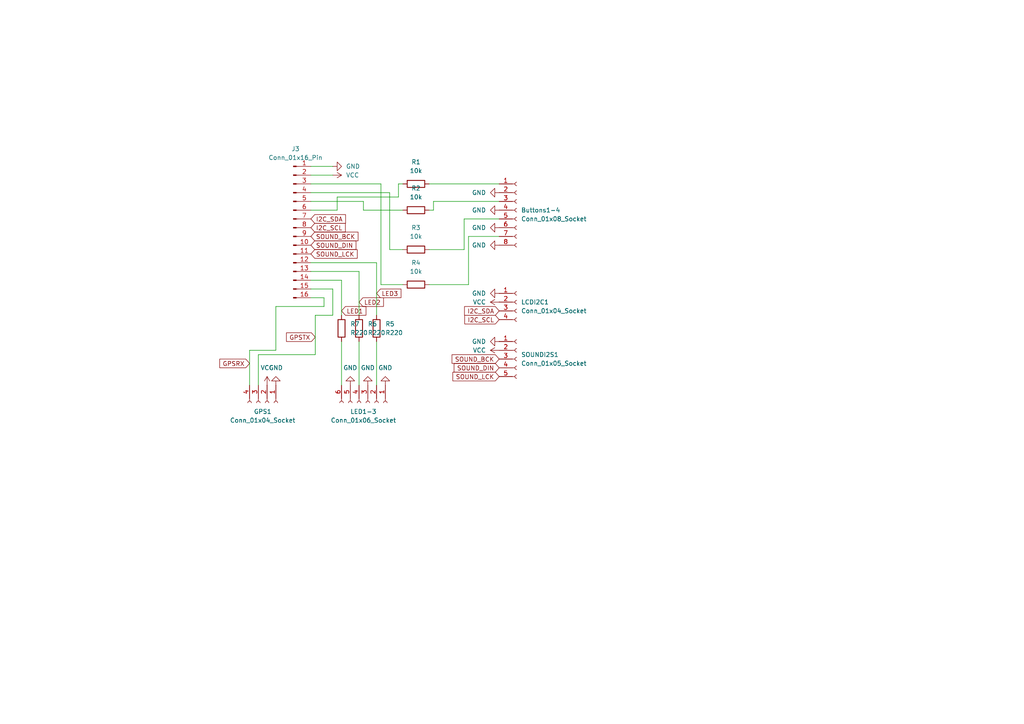
<source format=kicad_sch>
(kicad_sch (version 20250114) (generator "eeschema") (generator_version "9.0")
  (paper "A4")
  (lib_symbols
    (symbol "Connector:Conn_01x04_Socket" (pin_names (offset 1.016) (hide yes))
      (property "Reference" "J" (at 0 5.08 0))
      (property "Value" "Conn_01x04_Socket" (at 0 -7.62 0))
      (symbol "Conn_01x04_Socket_1_1"
        (polyline (pts (xy -1.27 2.54) (xy -0.508 2.54)) (stroke (width 0.1524)))
        (polyline (pts (xy -1.27 0) (xy -0.508 0)) (stroke (width 0.1524)))
        (polyline (pts (xy -1.27 -2.54) (xy -0.508 -2.54)) (stroke (width 0.1524)))
        (polyline (pts (xy -1.27 -5.08) (xy -0.508 -5.08)) (stroke (width 0.1524)))
        (arc (start 0 2.032) (mid -0.5058 2.54) (end 0 3.048) (stroke (width 0.1524)))
        (arc (start 0 -0.508) (mid -0.5058 0) (end 0 0.508) (stroke (width 0.1524)))
        (arc (start 0 -3.048) (mid -0.5058 -2.54) (end 0 -2.032) (stroke (width 0.1524)))
        (arc (start 0 -5.588) (mid -0.5058 -5.08) (end 0 -4.572) (stroke (width 0.1524)))
        (pin passive line (at -5.08 2.54 0) (length 3.81) (name "Pin_1") (number "1"))
        (pin passive line (at -5.08 0 0) (length 3.81) (name "Pin_2") (number "2"))
        (pin passive line (at -5.08 -2.54 0) (length 3.81) (name "Pin_3") (number "3"))
        (pin passive line (at -5.08 -5.08 0) (length 3.81) (name "Pin_4") (number "4"))
      )
    )
    (symbol "Connector:Conn_01x05_Socket" (pin_names (offset 1.016) (hide yes))
      (property "Reference" "J" (at 0 7.62 0))
      (property "Value" "Conn_01x05_Socket" (at 0 -7.62 0))
      (symbol "Conn_01x05_Socket_1_1"
        (polyline (pts (xy -1.27 5.08) (xy -0.508 5.08)) (stroke (width 0.1524)))
        (polyline (pts (xy -1.27 2.54) (xy -0.508 2.54)) (stroke (width 0.1524)))
        (polyline (pts (xy -1.27 0) (xy -0.508 0)) (stroke (width 0.1524)))
        (polyline (pts (xy -1.27 -2.54) (xy -0.508 -2.54)) (stroke (width 0.1524)))
        (polyline (pts (xy -1.27 -5.08) (xy -0.508 -5.08)) (stroke (width 0.1524)))
        (arc (start 0 4.572) (mid -0.5058 5.08) (end 0 5.588) (stroke (width 0.1524)))
        (arc (start 0 2.032) (mid -0.5058 2.54) (end 0 3.048) (stroke (width 0.1524)))
        (arc (start 0 -0.508) (mid -0.5058 0) (end 0 0.508) (stroke (width 0.1524)))
        (arc (start 0 -3.048) (mid -0.5058 -2.54) (end 0 -2.032) (stroke (width 0.1524)))
        (arc (start 0 -5.588) (mid -0.5058 -5.08) (end 0 -4.572) (stroke (width 0.1524)))
        (pin passive line (at -5.08 5.08 0) (length 3.81) (name "Pin_1") (number "1"))
        (pin passive line (at -5.08 2.54 0) (length 3.81) (name "Pin_2") (number "2"))
        (pin passive line (at -5.08 0 0) (length 3.81) (name "Pin_3") (number "3"))
        (pin passive line (at -5.08 -2.54 0) (length 3.81) (name "Pin_4") (number "4"))
        (pin passive line (at -5.08 -5.08 0) (length 3.81) (name "Pin_5") (number "5"))
      )
    )
    (symbol "Connector:Conn_01x06_Socket" (pin_names (offset 1.016) (hide yes))
      (property "Reference" "J" (at 0 7.62 0))
      (property "Value" "Conn_01x06_Socket" (at 0 -10.16 0))
      (symbol "Conn_01x06_Socket_1_1"
        (polyline (pts (xy -1.27 5.08) (xy -0.508 5.08)) (stroke (width 0.1524)))
        (polyline (pts (xy -1.27 2.54) (xy -0.508 2.54)) (stroke (width 0.1524)))
        (polyline (pts (xy -1.27 0) (xy -0.508 0)) (stroke (width 0.1524)))
        (polyline (pts (xy -1.27 -2.54) (xy -0.508 -2.54)) (stroke (width 0.1524)))
        (polyline (pts (xy -1.27 -5.08) (xy -0.508 -5.08)) (stroke (width 0.1524)))
        (polyline (pts (xy -1.27 -7.62) (xy -0.508 -7.62)) (stroke (width 0.1524)))
        (arc (start 0 4.572) (mid -0.5058 5.08) (end 0 5.588) (stroke (width 0.1524)))
        (arc (start 0 2.032) (mid -0.5058 2.54) (end 0 3.048) (stroke (width 0.1524)))
        (arc (start 0 -0.508) (mid -0.5058 0) (end 0 0.508) (stroke (width 0.1524)))
        (arc (start 0 -3.048) (mid -0.5058 -2.54) (end 0 -2.032) (stroke (width 0.1524)))
        (arc (start 0 -5.588) (mid -0.5058 -5.08) (end 0 -4.572) (stroke (width 0.1524)))
        (arc (start 0 -8.128) (mid -0.5058 -7.62) (end 0 -7.112) (stroke (width 0.1524)))
        (pin passive line (at -5.08 5.08 0) (length 3.81) (name "Pin_1") (number "1"))
        (pin passive line (at -5.08 2.54 0) (length 3.81) (name "Pin_2") (number "2"))
        (pin passive line (at -5.08 0 0) (length 3.81) (name "Pin_3") (number "3"))
        (pin passive line (at -5.08 -2.54 0) (length 3.81) (name "Pin_4") (number "4"))
        (pin passive line (at -5.08 -5.08 0) (length 3.81) (name "Pin_5") (number "5"))
        (pin passive line (at -5.08 -7.62 0) (length 3.81) (name "Pin_6") (number "6"))
      )
    )
    (symbol "Connector:Conn_01x08_Socket" (pin_names (offset 1.016) (hide yes))
      (property "Reference" "J" (at 0 10.16 0))
      (property "Value" "Conn_01x08_Socket" (at 0 -12.7 0))
      (symbol "Conn_01x08_Socket_1_1"
        (polyline (pts (xy -1.27 7.62) (xy -0.508 7.62)) (stroke (width 0.1524)))
        (polyline (pts (xy -1.27 5.08) (xy -0.508 5.08)) (stroke (width 0.1524)))
        (polyline (pts (xy -1.27 2.54) (xy -0.508 2.54)) (stroke (width 0.1524)))
        (polyline (pts (xy -1.27 0) (xy -0.508 0)) (stroke (width 0.1524)))
        (polyline (pts (xy -1.27 -2.54) (xy -0.508 -2.54)) (stroke (width 0.1524)))
        (polyline (pts (xy -1.27 -5.08) (xy -0.508 -5.08)) (stroke (width 0.1524)))
        (polyline (pts (xy -1.27 -7.62) (xy -0.508 -7.62)) (stroke (width 0.1524)))
        (polyline (pts (xy -1.27 -10.16) (xy -0.508 -10.16)) (stroke (width 0.1524)))
        (arc (start 0 7.112) (mid -0.5058 7.62) (end 0 8.128) (stroke (width 0.1524)))
        (arc (start 0 4.572) (mid -0.5058 5.08) (end 0 5.588) (stroke (width 0.1524)))
        (arc (start 0 2.032) (mid -0.5058 2.54) (end 0 3.048) (stroke (width 0.1524)))
        (arc (start 0 -0.508) (mid -0.5058 0) (end 0 0.508) (stroke (width 0.1524)))
        (arc (start 0 -3.048) (mid -0.5058 -2.54) (end 0 -2.032) (stroke (width 0.1524)))
        (arc (start 0 -5.588) (mid -0.5058 -5.08) (end 0 -4.572) (stroke (width 0.1524)))
        (arc (start 0 -8.128) (mid -0.5058 -7.62) (end 0 -7.112) (stroke (width 0.1524)))
        (arc (start 0 -10.668) (mid -0.5058 -10.16) (end 0 -9.652) (stroke (width 0.1524)))
        (pin passive line (at -5.08 7.62 0) (length 3.81) (name "Pin_1") (number "1"))
        (pin passive line (at -5.08 5.08 0) (length 3.81) (name "Pin_2") (number "2"))
        (pin passive line (at -5.08 2.54 0) (length 3.81) (name "Pin_3") (number "3"))
        (pin passive line (at -5.08 0 0) (length 3.81) (name "Pin_4") (number "4"))
        (pin passive line (at -5.08 -2.54 0) (length 3.81) (name "Pin_5") (number "5"))
        (pin passive line (at -5.08 -5.08 0) (length 3.81) (name "Pin_6") (number "6"))
        (pin passive line (at -5.08 -7.62 0) (length 3.81) (name "Pin_7") (number "7"))
        (pin passive line (at -5.08 -10.16 0) (length 3.81) (name "Pin_8") (number "8"))
      )
    )
    (symbol "Connector:Conn_01x16_Pin" (pin_names (offset 1.016) (hide yes))
      (property "Reference" "J" (at 0 20.32 0))
      (property "Value" "Conn_01x16_Pin" (at 0 -22.86 0))
      (symbol "Conn_01x16_Pin_1_1"
        (rectangle (start 0.8636 17.907) (end 0 17.653) (stroke (width 0.1524)) (fill (type outline)))
        (rectangle (start 0.8636 15.367) (end 0 15.113) (stroke (width 0.1524)) (fill (type outline)))
        (rectangle (start 0.8636 12.827) (end 0 12.573) (stroke (width 0.1524)) (fill (type outline)))
        (rectangle (start 0.8636 10.287) (end 0 10.033) (stroke (width 0.1524)) (fill (type outline)))
        (rectangle (start 0.8636 7.747) (end 0 7.493) (stroke (width 0.1524)) (fill (type outline)))
        (rectangle (start 0.8636 5.207) (end 0 4.953) (stroke (width 0.1524)) (fill (type outline)))
        (rectangle (start 0.8636 2.667) (end 0 2.413) (stroke (width 0.1524)) (fill (type outline)))
        (rectangle (start 0.8636 0.127) (end 0 -0.127) (stroke (width 0.1524)) (fill (type outline)))
        (rectangle (start 0.8636 -2.413) (end 0 -2.667) (stroke (width 0.1524)) (fill (type outline)))
        (rectangle (start 0.8636 -4.953) (end 0 -5.207) (stroke (width 0.1524)) (fill (type outline)))
        (rectangle (start 0.8636 -7.493) (end 0 -7.747) (stroke (width 0.1524)) (fill (type outline)))
        (rectangle (start 0.8636 -10.033) (end 0 -10.287) (stroke (width 0.1524)) (fill (type outline)))
        (rectangle (start 0.8636 -12.573) (end 0 -12.827) (stroke (width 0.1524)) (fill (type outline)))
        (rectangle (start 0.8636 -15.113) (end 0 -15.367) (stroke (width 0.1524)) (fill (type outline)))
        (rectangle (start 0.8636 -17.653) (end 0 -17.907) (stroke (width 0.1524)) (fill (type outline)))
        (rectangle (start 0.8636 -20.193) (end 0 -20.447) (stroke (width 0.1524)) (fill (type outline)))
        (polyline (pts (xy 1.27 17.78) (xy 0.8636 17.78)) (stroke (width 0.1524)))
        (polyline (pts (xy 1.27 15.24) (xy 0.8636 15.24)) (stroke (width 0.1524)))
        (polyline (pts (xy 1.27 12.7) (xy 0.8636 12.7)) (stroke (width 0.1524)))
        (polyline (pts (xy 1.27 10.16) (xy 0.8636 10.16)) (stroke (width 0.1524)))
        (polyline (pts (xy 1.27 7.62) (xy 0.8636 7.62)) (stroke (width 0.1524)))
        (polyline (pts (xy 1.27 5.08) (xy 0.8636 5.08)) (stroke (width 0.1524)))
        (polyline (pts (xy 1.27 2.54) (xy 0.8636 2.54)) (stroke (width 0.1524)))
        (polyline (pts (xy 1.27 0) (xy 0.8636 0)) (stroke (width 0.1524)))
        (polyline (pts (xy 1.27 -2.54) (xy 0.8636 -2.54)) (stroke (width 0.1524)))
        (polyline (pts (xy 1.27 -5.08) (xy 0.8636 -5.08)) (stroke (width 0.1524)))
        (polyline (pts (xy 1.27 -7.62) (xy 0.8636 -7.62)) (stroke (width 0.1524)))
        (polyline (pts (xy 1.27 -10.16) (xy 0.8636 -10.16)) (stroke (width 0.1524)))
        (polyline (pts (xy 1.27 -12.7) (xy 0.8636 -12.7)) (stroke (width 0.1524)))
        (polyline (pts (xy 1.27 -15.24) (xy 0.8636 -15.24)) (stroke (width 0.1524)))
        (polyline (pts (xy 1.27 -17.78) (xy 0.8636 -17.78)) (stroke (width 0.1524)))
        (polyline (pts (xy 1.27 -20.32) (xy 0.8636 -20.32)) (stroke (width 0.1524)))
        (pin passive line (at 5.08 17.78 180) (length 3.81) (name "Pin_1") (number "1"))
        (pin passive line (at 5.08 15.24 180) (length 3.81) (name "Pin_2") (number "2"))
        (pin passive line (at 5.08 12.7 180) (length 3.81) (name "Pin_3") (number "3"))
        (pin passive line (at 5.08 10.16 180) (length 3.81) (name "Pin_4") (number "4"))
        (pin passive line (at 5.08 7.62 180) (length 3.81) (name "Pin_5") (number "5"))
        (pin passive line (at 5.08 5.08 180) (length 3.81) (name "Pin_6") (number "6"))
        (pin passive line (at 5.08 2.54 180) (length 3.81) (name "Pin_7") (number "7"))
        (pin passive line (at 5.08 0 180) (length 3.81) (name "Pin_8") (number "8"))
        (pin passive line (at 5.08 -2.54 180) (length 3.81) (name "Pin_9") (number "9"))
        (pin passive line (at 5.08 -5.08 180) (length 3.81) (name "Pin_10") (number "10"))
        (pin passive line (at 5.08 -7.62 180) (length 3.81) (name "Pin_11") (number "11"))
        (pin passive line (at 5.08 -10.16 180) (length 3.81) (name "Pin_12") (number "12"))
        (pin passive line (at 5.08 -12.7 180) (length 3.81) (name "Pin_13") (number "13"))
        (pin passive line (at 5.08 -15.24 180) (length 3.81) (name "Pin_14") (number "14"))
        (pin passive line (at 5.08 -17.78 180) (length 3.81) (name "Pin_15") (number "15"))
        (pin passive line (at 5.08 -20.32 180) (length 3.81) (name "Pin_16") (number "16"))
      )
    )
    (symbol "Device:R" (pin_numbers (hide yes)) (pin_names (offset 0))
      (property "Reference" "R" (at 2.032 0 90))
      (property "Value" "R" (at 0 0 90))
      (symbol "R_0_1"
        (rectangle (start -1.016 -2.54) (end 1.016 2.54) (stroke (width 0.254)))
      )
      (symbol "R_1_1"
        (pin passive line (at 0 3.81 270) (length 1.27) (name "~") (number "1"))
        (pin passive line (at 0 -3.81 90) (length 1.27) (name "~") (number "2"))
      )
    )
    (symbol "power:GND" (power) (pin_numbers (hide yes)) (pin_names (offset 0) (hide yes))
      (property "Value" "GND" (at 0 -3.81 0))
      (symbol "GND_0_1"
        (polyline (pts (xy 0 0) (xy 0 -1.27) (xy 1.27 -1.27) (xy 0 -2.54) (xy -1.27 -1.27) (xy 0 -1.27)))
      )
      (symbol "GND_1_1"
        (pin power_in line (at 0 0 270) (length 0) (name "~") (number "1"))
      )
    )
    (symbol "power:VCC" (power) (pin_numbers (hide yes)) (pin_names (offset 0) (hide yes))
      (property "Value" "VCC" (at 0 3.556 0))
      (symbol "VCC_0_1"
        (polyline (pts (xy -0.762 1.27) (xy 0 2.54)))
        (polyline (pts (xy 0 2.54) (xy 0.762 1.27)))
        (polyline (pts (xy 0 0) (xy 0 2.54)))
      )
      (symbol "VCC_1_1"
        (pin power_in line (at 0 0 90) (length 0) (name "~") (number "1"))
      )
    )
  )
  (wire (pts (xy 105.41 58.42) (xy 90.17 58.42)))
  (wire (pts (xy 80.01 88.9) (xy 80.01 101.6)))
  (wire (pts (xy 113.03 55.88) (xy 90.17 55.88)))
  (wire (pts (xy 90.17 81.28) (xy 99.06 81.28)))
  (wire (pts (xy 72.39 101.6) (xy 80.01 101.6)))
  (wire (pts (xy 115.57 57.15) (xy 97.79 57.15)))
  (wire (pts (xy 72.39 101.6) (xy 72.39 111.76)))
  (wire (pts (xy 104.14 78.74) (xy 104.14 91.44)))
  (wire (pts (xy 109.22 91.44) (xy 109.22 76.2)))
  (wire (pts (xy 124.46 53.34) (xy 144.78 53.34)))
  (wire (pts (xy 104.14 99.06) (xy 104.14 111.76)))
  (wire (pts (xy 97.79 57.15) (xy 97.79 60.96)))
  (wire (pts (xy 135.89 68.58) (xy 144.78 68.58)))
  (wire (pts (xy 110.49 82.55) (xy 110.49 53.34)))
  (wire (pts (xy 109.22 76.2) (xy 90.17 76.2)))
  (wire (pts (xy 105.41 60.96) (xy 105.41 58.42)))
  (wire (pts (xy 74.93 102.87) (xy 74.93 111.76)))
  (wire (pts (xy 96.52 91.44) (xy 96.52 83.82)))
  (wire (pts (xy 99.06 81.28) (xy 99.06 91.44)))
  (wire (pts (xy 80.01 88.9) (xy 93.98 88.9)))
  (wire (pts (xy 109.22 99.06) (xy 109.22 111.76)))
  (wire (pts (xy 97.79 60.96) (xy 90.17 60.96)))
  (wire (pts (xy 116.84 60.96) (xy 105.41 60.96)))
  (wire (pts (xy 110.49 82.55) (xy 116.84 82.55)))
  (wire (pts (xy 99.06 99.06) (xy 99.06 111.76)))
  (wire (pts (xy 90.17 78.74) (xy 104.14 78.74)))
  (wire (pts (xy 93.98 88.9) (xy 93.98 86.36)))
  (wire (pts (xy 125.73 58.42) (xy 144.78 58.42)))
  (wire (pts (xy 91.44 91.44) (xy 96.52 91.44)))
  (wire (pts (xy 93.98 86.36) (xy 90.17 86.36)))
  (wire (pts (xy 134.62 72.39) (xy 134.62 63.5)))
  (wire (pts (xy 90.17 50.8) (xy 96.52 50.8)))
  (wire (pts (xy 91.44 91.44) (xy 91.44 102.87)))
  (wire (pts (xy 74.93 102.87) (xy 91.44 102.87)))
  (wire (pts (xy 116.84 72.39) (xy 113.03 72.39)))
  (wire (pts (xy 125.73 60.96) (xy 125.73 58.42)))
  (wire (pts (xy 124.46 82.55) (xy 135.89 82.55)))
  (wire (pts (xy 116.84 53.34) (xy 115.57 53.34)))
  (wire (pts (xy 134.62 63.5) (xy 144.78 63.5)))
  (wire (pts (xy 115.57 53.34) (xy 115.57 57.15)))
  (wire (pts (xy 90.17 48.26) (xy 96.52 48.26)))
  (wire (pts (xy 135.89 82.55) (xy 135.89 68.58)))
  (wire (pts (xy 113.03 72.39) (xy 113.03 55.88)))
  (wire (pts (xy 124.46 60.96) (xy 125.73 60.96)))
  (wire (pts (xy 96.52 83.82) (xy 90.17 83.82)))
  (wire (pts (xy 124.46 72.39) (xy 134.62 72.39)))
  (wire (pts (xy 110.49 53.34) (xy 90.17 53.34)))
  (global_label "I2C_SDA" (shape input) (at 144.78 90.17 180) (property "Intersheetrefs" "${INTERSHEET_REFS}" (effects (hide yes))))
  (global_label "LED2" (shape input) (at 104.14 87.63 0) (property "Intersheetrefs" "${INTERSHEET_REFS}" (effects (hide yes))))
  (global_label "SOUND_BCK" (shape input) (at 90.17 68.58 0) (property "Intersheetrefs" "${INTERSHEET_REFS}" (effects (hide yes))))
  (global_label "SOUND_DIN" (shape input) (at 144.78 106.68 180) (property "Intersheetrefs" "${INTERSHEET_REFS}" (effects (hide yes))))
  (global_label "GPSTX" (shape input) (at 91.44 97.79 180) (property "Intersheetrefs" "${INTERSHEET_REFS}" (effects (hide yes))))
  (global_label "SOUND_LCK" (shape input) (at 144.78 109.22 180) (property "Intersheetrefs" "${INTERSHEET_REFS}" (effects (hide yes))))
  (global_label "GPSRX" (shape input) (at 72.39 105.41 180) (property "Intersheetrefs" "${INTERSHEET_REFS}" (effects (hide yes))))
  (global_label "I2C_SDA" (shape input) (at 90.17 63.5 0) (property "Intersheetrefs" "${INTERSHEET_REFS}" (effects (hide yes))))
  (global_label "LED3" (shape input) (at 109.22 85.09 0) (property "Intersheetrefs" "${INTERSHEET_REFS}" (effects (hide yes))))
  (global_label "SOUND_BCK" (shape input) (at 144.78 104.14 180) (property "Intersheetrefs" "${INTERSHEET_REFS}" (effects (hide yes))))
  (global_label "I2C_SCL" (shape input) (at 90.17 66.04 0) (property "Intersheetrefs" "${INTERSHEET_REFS}" (effects (hide yes))))
  (global_label "SOUND_LCK" (shape input) (at 90.17 73.66 0) (property "Intersheetrefs" "${INTERSHEET_REFS}" (effects (hide yes))))
  (global_label "I2C_SCL" (shape input) (at 144.78 92.71 180) (property "Intersheetrefs" "${INTERSHEET_REFS}" (effects (hide yes))))
  (global_label "SOUND_DIN" (shape input) (at 90.17 71.12 0) (property "Intersheetrefs" "${INTERSHEET_REFS}" (effects (hide yes))))
  (global_label "LED1" (shape input) (at 99.06 90.17 0) (property "Intersheetrefs" "${INTERSHEET_REFS}" (effects (hide yes))))
  (symbol (lib_id "Device:R") (at 109.22 95.25 180) (unit 1)
    (property "Reference" "R5" (at 111.76 93.9799 0) (effects (justify right)))
    (property "Value" "R220" (at 111.76 96.5199 0) (effects (justify right)))
    (property "Footprint" "Resistor_SMD:R_0805_2012Metric" (effects (hide yes)))
    (property "Description" "Resistor" (effects (hide yes)))
  )
  (symbol (lib_id "power:GND") (at 96.52 48.26 90) (unit 1)
    (property "Reference" "#PWR08" (effects (hide yes)))
    (property "Value" "GND" (at 100.33 48.2599 90) (effects (justify right)))
    (property "Description" "Power symbol creates a global label with name \"GND\" , ground" (effects (hide yes)))
  )
  (symbol (lib_id "Connector:Conn_01x08_Socket") (at 149.86 60.96 0) (unit 1)
    (property "Reference" "Buttons1-4" (at 151.13 60.9599 0) (effects (justify left)))
    (property "Value" "Conn_01x08_Socket" (at 151.13 63.4999 0) (effects (justify left)))
    (property "Footprint" "Connector_JST:JST_ZH_B8B-ZR_1x08_P1.50mm_Vertical" (effects (hide yes)))
    (property "Description" "Generic connector, single row, 01x08, script generated" (effects (hide yes)))
  )
  (symbol (lib_id "Device:R") (at 99.06 95.25 180) (unit 1)
    (property "Reference" "R7" (at 101.6 93.9799 0) (effects (justify right)))
    (property "Value" "R220" (at 101.6 96.5199 0) (effects (justify right)))
    (property "Footprint" "Resistor_SMD:R_0805_2012Metric" (effects (hide yes)))
    (property "Description" "Resistor" (effects (hide yes)))
  )
  (symbol (lib_id "power:VCC") (at 144.78 87.63 90) (unit 1)
    (property "Reference" "#PWR06" (effects (hide yes)))
    (property "Value" "VCC" (at 140.97 87.6299 90) (effects (justify left)))
    (property "Description" "Power symbol creates a global label with name \"VCC\"" (effects (hide yes)))
  )
  (symbol (lib_id "Device:R") (at 120.65 72.39 90) (unit 1)
    (property "Reference" "R3" (at 120.65 66.04 90))
    (property "Value" "10k" (at 120.65 68.58 90))
    (property "Footprint" "Resistor_SMD:R_0805_2012Metric" (effects (hide yes)))
    (property "Description" "Resistor" (effects (hide yes)))
  )
  (symbol (lib_id "Connector:Conn_01x16_Pin") (at 85.09 66.04 0) (unit 1)
    (property "Reference" "J3" (at 85.725 43.18 0))
    (property "Value" "Conn_01x16_Pin" (at 85.725 45.72 0))
    (property "Footprint" "Connector_FFC-FPC:TE_1-84952-6_1x16-1MP_P1.0mm_Horizontal" (effects (hide yes)))
    (property "Description" "Generic connector, single row, 01x16, script generated" (effects (hide yes)))
  )
  (symbol (lib_id "power:GND") (at 106.68 111.76 180) (unit 1)
    (property "Reference" "#PWR011" (effects (hide yes)))
    (property "Value" "GND" (at 106.68 106.68 0))
    (property "Description" "Power symbol creates a global label with name \"GND\" , ground" (effects (hide yes)))
  )
  (symbol (lib_id "power:VCC") (at 77.47 111.76 0) (unit 1)
    (property "Reference" "#PWR015" (effects (hide yes)))
    (property "Value" "VCC" (at 77.47 106.68 0))
    (property "Description" "Power symbol creates a global label with name \"VCC\"" (effects (hide yes)))
  )
  (symbol (lib_id "power:GND") (at 144.78 60.96 270) (unit 1)
    (property "Reference" "#PWR02" (effects (hide yes)))
    (property "Value" "GND" (at 140.97 60.9599 90) (effects (justify right)))
    (property "Description" "Power symbol creates a global label with name \"GND\" , ground" (effects (hide yes)))
  )
  (symbol (lib_id "Device:R") (at 120.65 82.55 90) (unit 1)
    (property "Reference" "R4" (at 120.65 76.2 90))
    (property "Value" "10k" (at 120.65 78.74 90))
    (property "Footprint" "Resistor_SMD:R_0805_2012Metric" (effects (hide yes)))
    (property "Description" "Resistor" (effects (hide yes)))
  )
  (symbol (lib_id "Device:R") (at 104.14 95.25 180) (unit 1)
    (property "Reference" "R6" (at 106.68 93.9799 0) (effects (justify right)))
    (property "Value" "R220" (at 106.68 96.5199 0) (effects (justify right)))
    (property "Footprint" "Resistor_SMD:R_0805_2012Metric" (effects (hide yes)))
    (property "Description" "Resistor" (effects (hide yes)))
  )
  (symbol (lib_id "power:GND") (at 144.78 66.04 270) (unit 1)
    (property "Reference" "#PWR03" (effects (hide yes)))
    (property "Value" "GND" (at 140.97 66.0399 90) (effects (justify right)))
    (property "Description" "Power symbol creates a global label with name \"GND\" , ground" (effects (hide yes)))
  )
  (symbol (lib_id "Device:R") (at 120.65 53.34 90) (unit 1)
    (property "Reference" "R1" (at 120.65 46.99 90))
    (property "Value" "10k" (at 120.65 49.53 90))
    (property "Footprint" "Resistor_SMD:R_0805_2012Metric" (effects (hide yes)))
    (property "Description" "Resistor" (effects (hide yes)))
  )
  (symbol (lib_id "power:VCC") (at 144.78 101.6 90) (unit 1)
    (property "Reference" "#PWR010" (effects (hide yes)))
    (property "Value" "VCC" (at 140.97 101.5999 90) (effects (justify left)))
    (property "Description" "Power symbol creates a global label with name \"VCC\"" (effects (hide yes)))
  )
  (symbol (lib_id "Connector:Conn_01x04_Socket") (at 77.47 116.84 270) (unit 1)
    (property "Reference" "GPS1" (at 76.2 119.38 90))
    (property "Value" "Conn_01x04_Socket" (at 76.2 121.92 90))
    (property "Footprint" "Connector_JST:JST_ZH_B4B-ZR_1x04_P1.50mm_Vertical" (effects (hide yes)))
    (property "Description" "Generic connector, single row, 01x04, script generated" (effects (hide yes)))
  )
  (symbol (lib_id "power:GND") (at 101.6 111.76 180) (unit 1)
    (property "Reference" "#PWR012" (effects (hide yes)))
    (property "Value" "GND" (at 101.6 106.68 0))
    (property "Description" "Power symbol creates a global label with name \"GND\" , ground" (effects (hide yes)))
  )
  (symbol (lib_id "power:GND") (at 144.78 99.06 270) (unit 1)
    (property "Reference" "#PWR09" (effects (hide yes)))
    (property "Value" "GND" (at 140.97 99.0599 90) (effects (justify right)))
    (property "Description" "Power symbol creates a global label with name \"GND\" , ground" (effects (hide yes)))
  )
  (symbol (lib_id "Connector:Conn_01x05_Socket") (at 149.86 104.14 0) (unit 1)
    (property "Reference" "SOUNDI2S1" (at 151.13 102.8699 0) (effects (justify left)))
    (property "Value" "Conn_01x05_Socket" (at 151.13 105.4099 0) (effects (justify left)))
    (property "Footprint" "Connector_JST:JST_ZH_B5B-ZR_1x05_P1.50mm_Vertical" (effects (hide yes)))
    (property "Description" "Generic connector, single row, 01x05, script generated" (effects (hide yes)))
  )
  (symbol (lib_id "power:GND") (at 80.01 111.76 180) (unit 1)
    (property "Reference" "#PWR014" (effects (hide yes)))
    (property "Value" "GND" (at 80.01 106.68 0))
    (property "Description" "Power symbol creates a global label with name \"GND\" , ground" (effects (hide yes)))
  )
  (symbol (lib_id "power:GND") (at 111.76 111.76 180) (unit 1)
    (property "Reference" "#PWR013" (effects (hide yes)))
    (property "Value" "GND" (at 111.76 106.68 0))
    (property "Description" "Power symbol creates a global label with name \"GND\" , ground" (effects (hide yes)))
  )
  (symbol (lib_id "power:VCC") (at 96.52 50.8 270) (unit 1)
    (property "Reference" "#PWR07" (effects (hide yes)))
    (property "Value" "VCC" (at 100.33 50.7999 90) (effects (justify left)))
    (property "Description" "Power symbol creates a global label with name \"VCC\"" (effects (hide yes)))
  )
  (symbol (lib_id "power:GND") (at 144.78 71.12 270) (unit 1)
    (property "Reference" "#PWR04" (effects (hide yes)))
    (property "Value" "GND" (at 140.97 71.1199 90) (effects (justify right)))
    (property "Description" "Power symbol creates a global label with name \"GND\" , ground" (effects (hide yes)))
  )
  (symbol (lib_id "power:GND") (at 144.78 85.09 270) (unit 1)
    (property "Reference" "#PWR05" (effects (hide yes)))
    (property "Value" "GND" (at 140.97 85.0899 90) (effects (justify right)))
    (property "Description" "Power symbol creates a global label with name \"GND\" , ground" (effects (hide yes)))
  )
  (symbol (lib_id "Device:R") (at 120.65 60.96 90) (unit 1)
    (property "Reference" "R2" (at 120.65 54.61 90))
    (property "Value" "10k" (at 120.65 57.15 90))
    (property "Footprint" "Resistor_SMD:R_0805_2012Metric" (effects (hide yes)))
    (property "Description" "Resistor" (effects (hide yes)))
  )
  (symbol (lib_id "Connector:Conn_01x04_Socket") (at 149.86 87.63 0) (unit 1)
    (property "Reference" "LCDI2C1" (at 151.13 87.6299 0) (effects (justify left)))
    (property "Value" "Conn_01x04_Socket" (at 151.13 90.1699 0) (effects (justify left)))
    (property "Footprint" "Connector_JST:JST_ZH_B4B-ZR_1x04_P1.50mm_Vertical" (effects (hide yes)))
    (property "Description" "Generic connector, single row, 01x04, script generated" (effects (hide yes)))
  )
  (symbol (lib_id "power:GND") (at 144.78 55.88 270) (unit 1)
    (property "Reference" "#PWR01" (effects (hide yes)))
    (property "Value" "GND" (at 140.97 55.8799 90) (effects (justify right)))
    (property "Description" "Power symbol creates a global label with name \"GND\" , ground" (effects (hide yes)))
  )
  (symbol (lib_id "Connector:Conn_01x06_Socket") (at 106.68 116.84 270) (unit 1)
    (property "Reference" "LED1-3" (at 105.41 119.38 90))
    (property "Value" "Conn_01x06_Socket" (at 105.41 121.92 90))
    (property "Footprint" "Connector_JST:JST_ZH_B6B-ZR_1x06_P1.50mm_Vertical" (effects (hide yes)))
    (property "Description" "Generic connector, single row, 01x06, script generated" (effects (hide yes)))
  )
)
</source>
